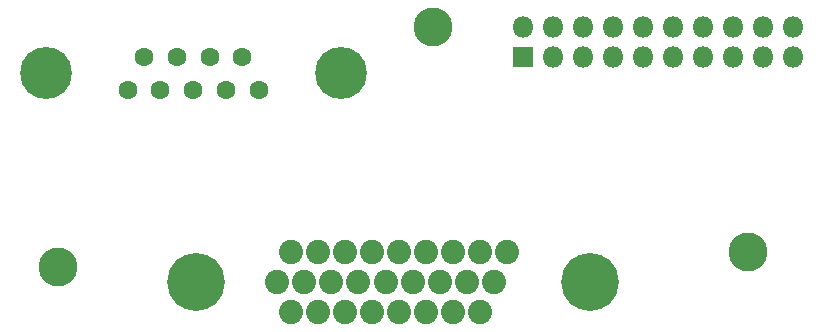
<source format=gbr>
%TF.GenerationSoftware,KiCad,Pcbnew,(5.1.6)-1*%
%TF.CreationDate,2020-07-21T19:36:40-05:00*%
%TF.ProjectId,AppleIIeCardYCable,4170706c-6549-4496-9543-617264594361,rev?*%
%TF.SameCoordinates,Original*%
%TF.FileFunction,Soldermask,Bot*%
%TF.FilePolarity,Negative*%
%FSLAX46Y46*%
G04 Gerber Fmt 4.6, Leading zero omitted, Abs format (unit mm)*
G04 Created by KiCad (PCBNEW (5.1.6)-1) date 2020-07-21 19:36:40*
%MOMM*%
%LPD*%
G01*
G04 APERTURE LIST*
%ADD10C,2.050000*%
%ADD11C,4.900000*%
%ADD12C,3.300000*%
%ADD13C,1.600000*%
%ADD14C,4.400000*%
%ADD15O,1.800000X1.800000*%
%ADD16R,1.800000X1.800000*%
G04 APERTURE END LIST*
D10*
%TO.C,J1*%
X139082001Y-81250001D03*
X141372001Y-81250001D03*
X143662001Y-81250001D03*
X145952001Y-81250001D03*
X148242001Y-81250001D03*
X150532001Y-81250001D03*
X152822001Y-81250001D03*
X155112001Y-81250001D03*
X157402001Y-81250001D03*
X137937001Y-83790001D03*
X140227001Y-83790001D03*
X142517001Y-83790001D03*
X144807001Y-83790001D03*
X147097001Y-83790001D03*
X149387001Y-83790001D03*
X151677001Y-83790001D03*
X153967001Y-83790001D03*
X156257001Y-83790001D03*
X139082001Y-86330001D03*
X141372001Y-86330001D03*
X143662001Y-86330001D03*
X145952001Y-86330001D03*
X148242001Y-86330001D03*
X150532001Y-86330001D03*
X152822001Y-86330001D03*
X155112001Y-86330001D03*
D11*
X131067001Y-83790001D03*
X164392001Y-83790001D03*
%TD*%
D12*
%TO.C,H2*%
X119380000Y-82550000D03*
%TD*%
%TO.C,H3*%
X177800000Y-81280000D03*
%TD*%
%TO.C,H1*%
X151130000Y-62230000D03*
%TD*%
D13*
%TO.C,J2*%
X125270000Y-67540000D03*
X128040000Y-67540000D03*
X130810000Y-67540000D03*
X133580000Y-67540000D03*
X136350000Y-67540000D03*
X126655000Y-64700000D03*
X129425000Y-64700000D03*
X132195000Y-64700000D03*
X134965000Y-64700000D03*
D14*
X143305000Y-66120000D03*
X118315000Y-66120000D03*
%TD*%
D15*
%TO.C,J3*%
X181610000Y-62230000D03*
X181610000Y-64770000D03*
X179070000Y-62230000D03*
X179070000Y-64770000D03*
X176530000Y-62230000D03*
X176530000Y-64770000D03*
X173990000Y-62230000D03*
X173990000Y-64770000D03*
X171450000Y-62230000D03*
X171450000Y-64770000D03*
X168910000Y-62230000D03*
X168910000Y-64770000D03*
X166370000Y-62230000D03*
X166370000Y-64770000D03*
X163830000Y-62230000D03*
X163830000Y-64770000D03*
X161290000Y-62230000D03*
X161290000Y-64770000D03*
X158750000Y-62230000D03*
D16*
X158750000Y-64770000D03*
%TD*%
M02*

</source>
